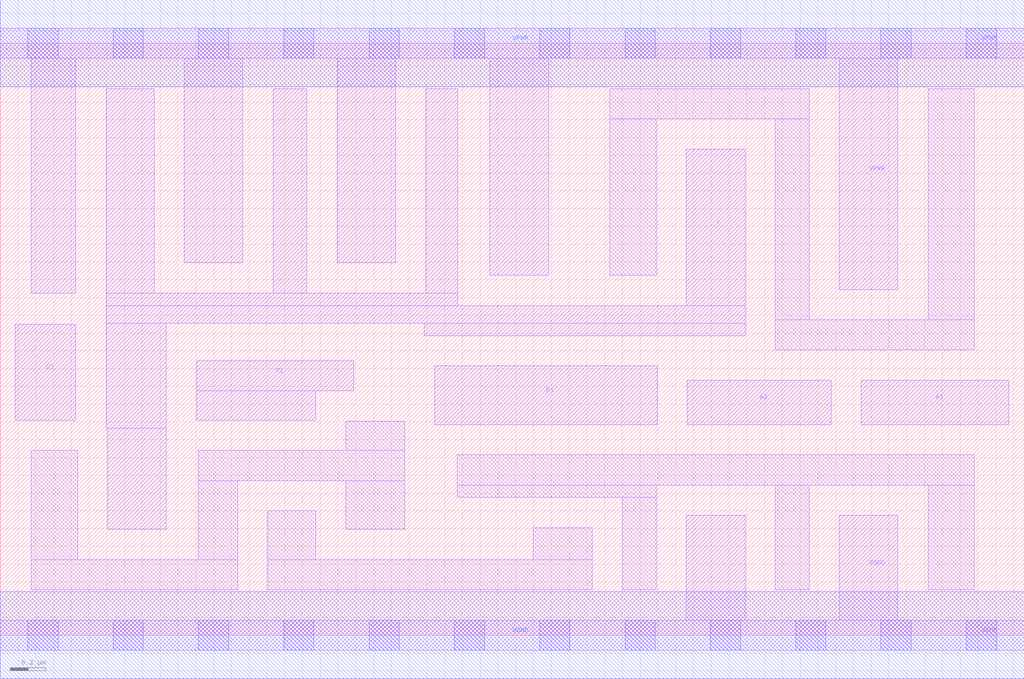
<source format=lef>
# Copyright 2020 The SkyWater PDK Authors
#
# Licensed under the Apache License, Version 2.0 (the "License");
# you may not use this file except in compliance with the License.
# You may obtain a copy of the License at
#
#     https://www.apache.org/licenses/LICENSE-2.0
#
# Unless required by applicable law or agreed to in writing, software
# distributed under the License is distributed on an "AS IS" BASIS,
# WITHOUT WARRANTIES OR CONDITIONS OF ANY KIND, either express or implied.
# See the License for the specific language governing permissions and
# limitations under the License.
#
# SPDX-License-Identifier: Apache-2.0

VERSION 5.7 ;
  NAMESCASESENSITIVE ON ;
  NOWIREEXTENSIONATPIN ON ;
  DIVIDERCHAR "/" ;
  BUSBITCHARS "[]" ;
UNITS
  DATABASE MICRONS 200 ;
END UNITS
MACRO sky130_fd_sc_lp__o2111ai_2
  CLASS CORE ;
  SOURCE USER ;
  FOREIGN sky130_fd_sc_lp__o2111ai_2 ;
  ORIGIN  0.000000  0.000000 ;
  SIZE  5.760000 BY  3.330000 ;
  SYMMETRY X Y R90 ;
  SITE unit ;
  PIN A1
    ANTENNAGATEAREA  0.630000 ;
    DIRECTION INPUT ;
    USE SIGNAL ;
    PORT
      LAYER li1 ;
        RECT 4.845000 1.185000 5.675000 1.435000 ;
    END
  END A1
  PIN A2
    ANTENNAGATEAREA  0.630000 ;
    DIRECTION INPUT ;
    USE SIGNAL ;
    PORT
      LAYER li1 ;
        RECT 3.865000 1.185000 4.675000 1.435000 ;
    END
  END A2
  PIN B1
    ANTENNAGATEAREA  0.630000 ;
    DIRECTION INPUT ;
    USE SIGNAL ;
    PORT
      LAYER li1 ;
        RECT 2.445000 1.185000 3.695000 1.515000 ;
    END
  END B1
  PIN C1
    ANTENNAGATEAREA  0.630000 ;
    DIRECTION INPUT ;
    USE SIGNAL ;
    PORT
      LAYER li1 ;
        RECT 1.105000 1.210000 1.775000 1.375000 ;
        RECT 1.105000 1.375000 1.990000 1.545000 ;
    END
  END C1
  PIN D1
    ANTENNAGATEAREA  0.630000 ;
    DIRECTION INPUT ;
    USE SIGNAL ;
    PORT
      LAYER li1 ;
        RECT 0.085000 1.210000 0.425000 1.750000 ;
    END
  END D1
  PIN Y
    ANTENNADIFFAREA  1.646400 ;
    DIRECTION OUTPUT ;
    USE SIGNAL ;
    PORT
      LAYER li1 ;
        RECT 0.595000 1.165000 0.935000 1.755000 ;
        RECT 0.595000 1.755000 4.190000 1.855000 ;
        RECT 0.595000 1.855000 2.575000 1.925000 ;
        RECT 0.595000 1.925000 0.865000 3.075000 ;
        RECT 0.605000 0.595000 0.935000 1.165000 ;
        RECT 1.535000 1.925000 1.725000 3.075000 ;
        RECT 2.385000 1.685000 4.190000 1.755000 ;
        RECT 2.395000 1.925000 2.575000 3.075000 ;
        RECT 3.860000 1.855000 4.190000 2.735000 ;
    END
  END Y
  PIN VGND
    DIRECTION INOUT ;
    USE GROUND ;
    PORT
      LAYER li1 ;
        RECT 0.000000 -0.085000 5.760000 0.085000 ;
        RECT 3.860000  0.085000 4.190000 0.675000 ;
        RECT 4.720000  0.085000 5.050000 0.675000 ;
      LAYER mcon ;
        RECT 0.155000 -0.085000 0.325000 0.085000 ;
        RECT 0.635000 -0.085000 0.805000 0.085000 ;
        RECT 1.115000 -0.085000 1.285000 0.085000 ;
        RECT 1.595000 -0.085000 1.765000 0.085000 ;
        RECT 2.075000 -0.085000 2.245000 0.085000 ;
        RECT 2.555000 -0.085000 2.725000 0.085000 ;
        RECT 3.035000 -0.085000 3.205000 0.085000 ;
        RECT 3.515000 -0.085000 3.685000 0.085000 ;
        RECT 3.995000 -0.085000 4.165000 0.085000 ;
        RECT 4.475000 -0.085000 4.645000 0.085000 ;
        RECT 4.955000 -0.085000 5.125000 0.085000 ;
        RECT 5.435000 -0.085000 5.605000 0.085000 ;
      LAYER met1 ;
        RECT 0.000000 -0.245000 5.760000 0.245000 ;
    END
  END VGND
  PIN VPWR
    DIRECTION INOUT ;
    USE POWER ;
    PORT
      LAYER li1 ;
        RECT 0.000000 3.245000 5.760000 3.415000 ;
        RECT 0.175000 1.925000 0.425000 3.245000 ;
        RECT 1.035000 2.095000 1.365000 3.245000 ;
        RECT 1.895000 2.095000 2.225000 3.245000 ;
        RECT 2.755000 2.025000 3.085000 3.245000 ;
        RECT 4.720000 1.945000 5.050000 3.245000 ;
      LAYER mcon ;
        RECT 0.155000 3.245000 0.325000 3.415000 ;
        RECT 0.635000 3.245000 0.805000 3.415000 ;
        RECT 1.115000 3.245000 1.285000 3.415000 ;
        RECT 1.595000 3.245000 1.765000 3.415000 ;
        RECT 2.075000 3.245000 2.245000 3.415000 ;
        RECT 2.555000 3.245000 2.725000 3.415000 ;
        RECT 3.035000 3.245000 3.205000 3.415000 ;
        RECT 3.515000 3.245000 3.685000 3.415000 ;
        RECT 3.995000 3.245000 4.165000 3.415000 ;
        RECT 4.475000 3.245000 4.645000 3.415000 ;
        RECT 4.955000 3.245000 5.125000 3.415000 ;
        RECT 5.435000 3.245000 5.605000 3.415000 ;
      LAYER met1 ;
        RECT 0.000000 3.085000 5.760000 3.575000 ;
    END
  END VPWR
  OBS
    LAYER li1 ;
      RECT 0.175000 0.255000 1.335000 0.425000 ;
      RECT 0.175000 0.425000 0.435000 1.040000 ;
      RECT 1.115000 0.425000 1.335000 0.870000 ;
      RECT 1.115000 0.870000 2.275000 1.040000 ;
      RECT 1.505000 0.255000 3.330000 0.425000 ;
      RECT 1.505000 0.425000 1.775000 0.700000 ;
      RECT 1.945000 0.595000 2.275000 0.870000 ;
      RECT 1.945000 1.040000 2.275000 1.205000 ;
      RECT 2.570000 0.775000 3.690000 0.845000 ;
      RECT 2.570000 0.845000 5.480000 1.015000 ;
      RECT 3.000000 0.425000 3.330000 0.605000 ;
      RECT 3.430000 2.025000 3.690000 2.905000 ;
      RECT 3.430000 2.905000 4.550000 3.075000 ;
      RECT 3.500000 0.255000 3.690000 0.775000 ;
      RECT 4.360000 0.255000 4.550000 0.845000 ;
      RECT 4.360000 1.605000 5.480000 1.775000 ;
      RECT 4.360000 1.775000 4.550000 2.905000 ;
      RECT 5.220000 0.255000 5.480000 0.845000 ;
      RECT 5.220000 1.775000 5.480000 3.075000 ;
  END
END sky130_fd_sc_lp__o2111ai_2

</source>
